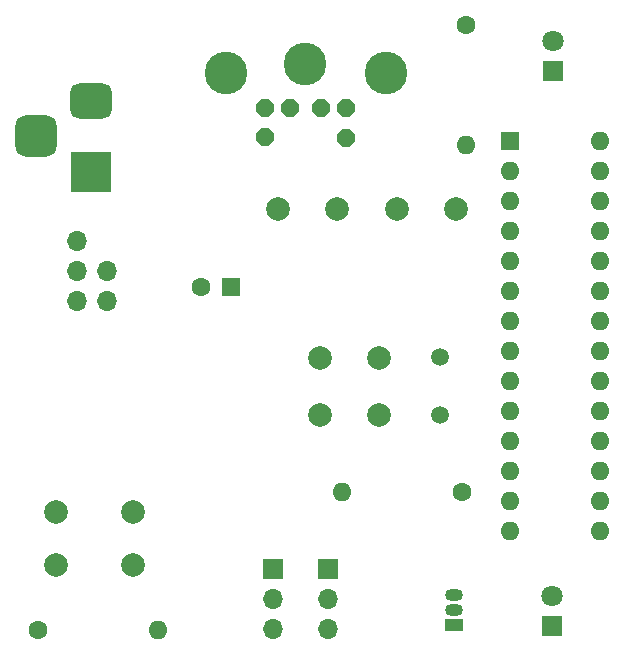
<source format=gbs>
G04 #@! TF.GenerationSoftware,KiCad,Pcbnew,7.0.6*
G04 #@! TF.CreationDate,2024-10-13T07:30:47+02:00*
G04 #@! TF.ProjectId,KeybJr,4b657962-4a72-42e6-9b69-6361645f7063,rev?*
G04 #@! TF.SameCoordinates,Original*
G04 #@! TF.FileFunction,Soldermask,Bot*
G04 #@! TF.FilePolarity,Negative*
%FSLAX46Y46*%
G04 Gerber Fmt 4.6, Leading zero omitted, Abs format (unit mm)*
G04 Created by KiCad (PCBNEW 7.0.6) date 2024-10-13 07:30:47*
%MOMM*%
%LPD*%
G01*
G04 APERTURE LIST*
G04 Aperture macros list*
%AMRoundRect*
0 Rectangle with rounded corners*
0 $1 Rounding radius*
0 $2 $3 $4 $5 $6 $7 $8 $9 X,Y pos of 4 corners*
0 Add a 4 corners polygon primitive as box body*
4,1,4,$2,$3,$4,$5,$6,$7,$8,$9,$2,$3,0*
0 Add four circle primitives for the rounded corners*
1,1,$1+$1,$2,$3*
1,1,$1+$1,$4,$5*
1,1,$1+$1,$6,$7*
1,1,$1+$1,$8,$9*
0 Add four rect primitives between the rounded corners*
20,1,$1+$1,$2,$3,$4,$5,0*
20,1,$1+$1,$4,$5,$6,$7,0*
20,1,$1+$1,$6,$7,$8,$9,0*
20,1,$1+$1,$8,$9,$2,$3,0*%
%AMFreePoly0*
4,1,17,0.330510,0.747121,0.747121,0.330510,0.762000,0.294589,0.762000,-0.294589,0.747121,-0.330510,0.330510,-0.747121,0.294589,-0.762000,-0.294589,-0.762000,-0.330510,-0.747121,-0.747121,-0.330510,-0.762000,-0.294589,-0.762000,0.294589,-0.747121,0.330510,-0.330510,0.747121,-0.294589,0.762000,0.294589,0.762000,0.330510,0.747121,0.330510,0.747121,$1*%
G04 Aperture macros list end*
%ADD10R,1.600000X1.600000*%
%ADD11O,1.600000X1.600000*%
%ADD12C,1.500000*%
%ADD13R,1.700000X1.700000*%
%ADD14O,1.700000X1.700000*%
%ADD15C,1.600000*%
%ADD16R,3.500000X3.500000*%
%ADD17RoundRect,0.750000X-1.000000X0.750000X-1.000000X-0.750000X1.000000X-0.750000X1.000000X0.750000X0*%
%ADD18RoundRect,0.875000X-0.875000X0.875000X-0.875000X-0.875000X0.875000X-0.875000X0.875000X0.875000X0*%
%ADD19C,2.000000*%
%ADD20R,1.500000X1.050000*%
%ADD21O,1.500000X1.050000*%
%ADD22R,1.800000X1.800000*%
%ADD23C,1.800000*%
%ADD24FreePoly0,0.000000*%
%ADD25C,3.601600*%
G04 APERTURE END LIST*
D10*
X143400000Y-55300000D03*
D11*
X143400000Y-57840000D03*
X143400000Y-60380000D03*
X143400000Y-62920000D03*
X143400000Y-65460000D03*
X143400000Y-68000000D03*
X143400000Y-70540000D03*
X143400000Y-73080000D03*
X143400000Y-75620000D03*
X143400000Y-78160000D03*
X143400000Y-80700000D03*
X143400000Y-83240000D03*
X143400000Y-85780000D03*
X143400000Y-88320000D03*
X151020000Y-88320000D03*
X151020000Y-85780000D03*
X151020000Y-83240000D03*
X151020000Y-80700000D03*
X151020000Y-78160000D03*
X151020000Y-75620000D03*
X151020000Y-73080000D03*
X151020000Y-70540000D03*
X151020000Y-68000000D03*
X151020000Y-65460000D03*
X151020000Y-62920000D03*
X151020000Y-60380000D03*
X151020000Y-57840000D03*
X151020000Y-55300000D03*
D12*
X137450000Y-78480000D03*
X137450000Y-73600000D03*
D13*
X123300000Y-91500000D03*
D14*
X123300000Y-94040000D03*
X123300000Y-96580000D03*
D10*
X119750000Y-67700000D03*
D15*
X117250000Y-67700000D03*
D16*
X107900000Y-57900000D03*
D17*
X107900000Y-51900000D03*
D18*
X103200000Y-54900000D03*
D19*
X127250000Y-73650000D03*
X132250000Y-73650000D03*
D20*
X138610000Y-96320000D03*
D21*
X138610000Y-95050000D03*
X138610000Y-93780000D03*
D13*
X127950000Y-91500000D03*
D14*
X127950000Y-94040000D03*
X127950000Y-96580000D03*
D15*
X139280000Y-85000000D03*
D11*
X129120000Y-85000000D03*
D22*
X146950000Y-96350000D03*
D23*
X146950000Y-93810000D03*
D19*
X127250000Y-78500000D03*
X132250000Y-78500000D03*
D14*
X109240000Y-66300000D03*
X109240000Y-68840000D03*
X106700000Y-63760000D03*
X106700000Y-66300000D03*
X106700000Y-68840000D03*
D15*
X103370000Y-96700000D03*
D11*
X113530000Y-96700000D03*
D24*
X124750000Y-52550000D03*
X127350000Y-52550000D03*
X122650000Y-52550000D03*
X129450000Y-52550000D03*
X122650000Y-55000000D03*
X129450000Y-55050000D03*
D25*
X132850000Y-49550000D03*
X126050000Y-48750000D03*
X119300000Y-49550000D03*
D15*
X139650000Y-45470000D03*
D11*
X139650000Y-55630000D03*
D19*
X123750000Y-61050000D03*
X128750000Y-61050000D03*
D22*
X147000000Y-49340000D03*
D23*
X147000000Y-46800000D03*
D19*
X104950000Y-86700000D03*
X111450000Y-86700000D03*
X104950000Y-91200000D03*
X111450000Y-91200000D03*
X138800000Y-61050000D03*
X133800000Y-61050000D03*
M02*

</source>
